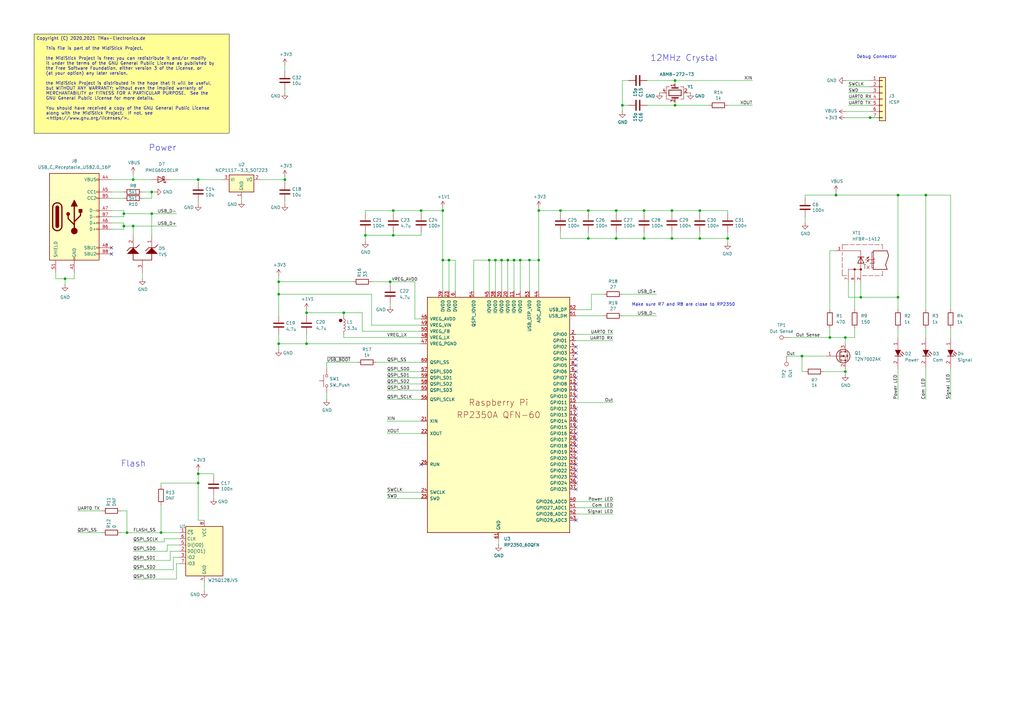
<source format=kicad_sch>
(kicad_sch (version 20231120) (generator "eeschema") (generator_version "8.0")
  (paper "A3")
  (title_block (title "Midi Stick") (date "2024-10-02") (rev "2.0") (company "Sternenlabor e. V.") (comment 1 "André Fiedler <mail@andrefiedler.de>"))
  (junction (at 287.02 86.36))
  (junction (at 26.67 114.3))
  (junction (at 264.16 97.79))
  (junction (at 203.2 106.68))
  (junction (at 81.28 194.31))
  (junction (at 287.02 97.79))
  (junction (at 114.3 140.97))
  (junction (at 229.87 86.36))
  (junction (at 125.73 128.27))
  (junction (at 205.74 106.68))
  (junction (at 241.3 97.79))
  (junction (at 54.61 92.71))
  (junction (at 200.66 106.68))
  (junction (at 255.27 43.18))
  (junction (at 208.28 106.68))
  (junction (at 220.98 86.36))
  (junction (at 275.59 97.79))
  (junction (at 114.3 120.65))
  (junction (at 328.93 146.05))
  (junction (at 52.07 218.44))
  (junction (at 275.59 86.36))
  (junction (at 114.3 115.57))
  (junction (at 368.3 121.92))
  (junction (at 160.02 115.57))
  (junction (at 368.3 80.01))
  (junction (at 181.61 86.36))
  (junction (at 172.72 86.36))
  (junction (at 276.86 33.02))
  (junction (at 161.29 96.52))
  (junction (at 66.04 218.44))
  (junction (at 62.23 78.74))
  (junction (at 356.87 48.26))
  (junction (at 81.28 73.66))
  (junction (at 342.9 80.01))
  (junction (at 241.3 86.36))
  (junction (at 346.71 138.43))
  (junction (at 161.29 86.36))
  (junction (at 125.73 140.97))
  (junction (at 54.61 73.66))
  (junction (at 62.23 87.63))
  (junction (at 252.73 86.36))
  (junction (at 220.98 106.68))
  (junction (at 184.15 106.68))
  (junction (at 340.36 138.43))
  (junction (at 346.71 152.4))
  (junction (at 149.86 96.52))
  (junction (at 81.28 198.12))
  (junction (at 252.73 97.79))
  (junction (at 217.17 106.68))
  (junction (at 276.86 43.18))
  (junction (at 181.61 106.68))
  (junction (at 264.16 86.36))
  (junction (at 298.45 97.79))
  (junction (at 210.82 106.68))
  (junction (at 213.36 106.68))
  (junction (at 140.97 128.27))
  (junction (at 379.73 80.01))
  (junction (at 50.8 92.71))
  (junction (at 116.84 73.66))
  (junction (at 353.06 121.92))
  (junction (at 50.8 87.63))
  (no_connect (at 236.22 185.42))
  (no_connect (at 236.22 190.5))
  (no_connect (at 236.22 142.24))
  (no_connect (at 236.22 167.64))
  (no_connect (at 236.22 147.32))
  (no_connect (at 172.72 190.5))
  (no_connect (at 236.22 180.34))
  (no_connect (at 236.22 195.58))
  (no_connect (at 236.22 160.02))
  (no_connect (at 236.22 177.8))
  (no_connect (at 439.42 15.24))
  (no_connect (at 45.72 104.14))
  (no_connect (at 236.22 182.88))
  (no_connect (at 236.22 144.78))
  (no_connect (at 236.22 198.12))
  (no_connect (at 236.22 200.66))
  (no_connect (at 236.22 187.96))
  (no_connect (at 236.22 157.48))
  (no_connect (at 236.22 170.18))
  (no_connect (at 236.22 172.72))
  (no_connect (at 45.72 101.6))
  (no_connect (at 236.22 154.94))
  (no_connect (at 236.22 152.4))
  (no_connect (at 236.22 213.36))
  (no_connect (at 236.22 162.56))
  (no_connect (at 236.22 175.26))
  (no_connect (at 236.22 149.86))
  (no_connect (at 236.22 193.04))
  (wire (pts (xy 114.3 140.97) (xy 125.73 140.97)))
  (wire (pts (xy 264.16 86.36) (xy 275.59 86.36)))
  (wire (pts (xy 81.28 82.55) (xy 81.28 83.82)))
  (wire (pts (xy 172.72 87.63) (xy 172.72 86.36)))
  (wire (pts (xy 67.31 222.25) (xy 67.31 220.98)))
  (wire (pts (xy 125.73 140.97) (xy 172.72 140.97)))
  (wire (pts (xy 287.02 95.25) (xy 287.02 97.79)))
  (wire (pts (xy 54.61 229.87) (xy 69.85 229.87)))
  (wire (pts (xy 208.28 106.68) (xy 210.82 106.68)))
  (wire (pts (xy 368.3 80.01) (xy 368.3 121.92)))
  (wire (pts (xy 298.45 97.79) (xy 298.45 99.695)))
  (wire (pts (xy 161.29 96.52) (xy 172.72 96.52)))
  (wire (pts (xy 22.86 114.3) (xy 26.67 114.3)))
  (wire (pts (xy 236.22 137.16) (xy 251.46 137.16)))
  (wire (pts (xy 45.72 86.36) (xy 50.8 86.36)))
  (wire (pts (xy 184.15 106.68) (xy 181.61 106.68)))
  (wire (pts (xy 298.45 87.63) (xy 298.45 86.36)))
  (wire (pts (xy 106.68 73.66) (xy 116.84 73.66)))
  (wire (pts (xy 66.04 218.44) (xy 73.66 218.44)))
  (wire (pts (xy 368.3 163.83) (xy 368.3 151.13)))
  (wire (pts (xy 45.72 78.74) (xy 50.8 78.74)))
  (wire (pts (xy 158.75 157.48) (xy 172.72 157.48)))
  (wire (pts (xy 265.43 43.18) (xy 276.86 43.18)))
  (wire (pts (xy 54.61 71.12) (xy 54.61 73.66)))
  (wire (pts (xy 54.61 92.71) (xy 72.39 92.71)))
  (wire (pts (xy 229.87 87.63) (xy 229.87 86.36)))
  (wire (pts (xy 275.59 86.36) (xy 287.02 86.36)))
  (wire (pts (xy 181.61 86.36) (xy 181.61 106.68)))
  (wire (pts (xy 241.3 86.36) (xy 252.73 86.36)))
  (wire (pts (xy 242.57 120.65) (xy 247.65 120.65)))
  (wire (pts (xy 330.2 80.01) (xy 342.9 80.01)))
  (wire (pts (xy 220.98 106.68) (xy 220.98 119.38)))
  (wire (pts (xy 140.97 138.43) (xy 140.97 137.16)))
  (wire (pts (xy 71.12 228.6) (xy 71.12 233.68)))
  (wire (pts (xy 50.8 91.44) (xy 50.8 92.71)))
  (wire (pts (xy 31.75 209.55) (xy 41.91 209.55)))
  (wire (pts (xy 194.31 106.68) (xy 200.66 106.68)))
  (wire (pts (xy 347.98 121.92) (xy 353.06 121.92)))
  (wire (pts (xy 217.17 106.68) (xy 220.98 106.68)))
  (wire (pts (xy 81.28 213.36) (xy 83.82 213.36)))
  (wire (pts (xy 172.72 148.59) (xy 154.305 148.59)))
  (wire (pts (xy 54.61 222.25) (xy 67.31 222.25)))
  (wire (pts (xy 252.73 97.79) (xy 241.3 97.79)))
  (wire (pts (xy 350.52 115.57) (xy 350.52 127)))
  (wire (pts (xy 270.51 38.1) (xy 271.78 38.1)))
  (wire (pts (xy 236.22 127) (xy 242.57 127)))
  (wire (pts (xy 91.44 73.66) (xy 81.28 73.66)))
  (wire (pts (xy 26.67 114.3) (xy 30.48 114.3)))
  (wire (pts (xy 213.36 106.68) (xy 213.36 119.38)))
  (wire (pts (xy 257.81 43.18) (xy 255.27 43.18)))
  (wire (pts (xy 368.3 121.92) (xy 368.3 127)))
  (wire (pts (xy 276.86 43.18) (xy 290.83 43.18)))
  (wire (pts (xy 287.02 97.79) (xy 275.59 97.79)))
  (wire (pts (xy 346.71 153.67) (xy 346.71 152.4)))
  (wire (pts (xy 346.71 152.4) (xy 346.71 151.13)))
  (wire (pts (xy 99.06 81.28) (xy 99.06 82.55)))
  (wire (pts (xy 160.02 115.57) (xy 170.18 115.57)))
  (wire (pts (xy 152.4 115.57) (xy 160.02 115.57)))
  (wire (pts (xy 330.2 152.4) (xy 328.93 152.4)))
  (wire (pts (xy 148.59 128.27) (xy 140.97 128.27)))
  (wire (pts (xy 356.87 45.72) (xy 346.71 45.72)))
  (wire (pts (xy 73.66 228.6) (xy 71.12 228.6)))
  (wire (pts (xy 114.3 115.57) (xy 114.3 120.65)))
  (wire (pts (xy 160.02 125.73) (xy 160.02 124.46)))
  (wire (pts (xy 114.3 113.03) (xy 114.3 115.57)))
  (wire (pts (xy 87.63 203.2) (xy 87.63 204.47)))
  (wire (pts (xy 389.89 134.62) (xy 389.89 138.43)))
  (wire (pts (xy 276.86 41.91) (xy 276.86 43.18)))
  (wire (pts (xy 255.27 120.65) (xy 269.24 120.65)))
  (wire (pts (xy 181.61 85.09) (xy 181.61 86.36)))
  (wire (pts (xy 62.23 78.74) (xy 62.23 81.28)))
  (wire (pts (xy 210.82 106.68) (xy 213.36 106.68)))
  (wire (pts (xy 158.75 152.4) (xy 172.72 152.4)))
  (wire (pts (xy 125.73 137.16) (xy 125.73 140.97)))
  (wire (pts (xy 172.72 201.93) (xy 158.75 201.93)))
  (wire (pts (xy 58.42 78.74) (xy 62.23 78.74)))
  (wire (pts (xy 170.18 115.57) (xy 170.18 130.81)))
  (wire (pts (xy 114.3 120.65) (xy 114.3 129.54)))
  (wire (pts (xy 30.48 114.3) (xy 30.48 111.76)))
  (wire (pts (xy 255.27 129.54) (xy 269.24 129.54)))
  (wire (pts (xy 265.43 33.02) (xy 276.86 33.02)))
  (wire (pts (xy 389.89 80.01) (xy 389.89 127)))
  (wire (pts (xy 125.73 128.27) (xy 140.97 128.27)))
  (wire (pts (xy 116.84 26.67) (xy 116.84 29.21)))
  (wire (pts (xy 184.15 106.68) (xy 186.69 106.68)))
  (wire (pts (xy 81.28 74.93) (xy 81.28 73.66)))
  (wire (pts (xy 45.72 93.98) (xy 50.8 93.98)))
  (wire (pts (xy 149.86 87.63) (xy 149.86 86.36)))
  (wire (pts (xy 158.75 160.02) (xy 172.72 160.02)))
  (wire (pts (xy 52.07 209.55) (xy 52.07 218.44)))
  (wire (pts (xy 350.52 138.43) (xy 350.52 134.62)))
  (wire (pts (xy 208.28 119.38) (xy 208.28 106.68)))
  (wire (pts (xy 347.98 43.18) (xy 356.87 43.18)))
  (wire (pts (xy 257.81 33.02) (xy 255.27 33.02)))
  (wire (pts (xy 149.86 96.52) (xy 149.86 99.06)))
  (wire (pts (xy 241.3 97.79) (xy 229.87 97.79)))
  (wire (pts (xy 87.63 195.58) (xy 87.63 194.31)))
  (wire (pts (xy 229.87 95.25) (xy 229.87 97.79)))
  (wire (pts (xy 276.86 34.29) (xy 276.86 33.02)))
  (wire (pts (xy 205.74 119.38) (xy 205.74 106.68)))
  (wire (pts (xy 368.3 134.62) (xy 368.3 138.43)))
  (wire (pts (xy 220.98 86.36) (xy 229.87 86.36)))
  (wire (pts (xy 252.73 87.63) (xy 252.73 86.36)))
  (wire (pts (xy 298.45 95.25) (xy 298.45 97.79)))
  (wire (pts (xy 172.72 135.89) (xy 148.59 135.89)))
  (wire (pts (xy 264.16 95.25) (xy 264.16 97.79)))
  (wire (pts (xy 379.73 151.13) (xy 379.73 163.83)))
  (wire (pts (xy 45.72 81.28) (xy 50.8 81.28)))
  (wire (pts (xy 217.17 119.38) (xy 217.17 106.68)))
  (wire (pts (xy 125.73 127) (xy 125.73 128.27)))
  (wire (pts (xy 340.36 134.62) (xy 340.36 138.43)))
  (wire (pts (xy 81.28 194.31) (xy 81.28 198.12)))
  (wire (pts (xy 186.69 106.68) (xy 186.69 119.38)))
  (wire (pts (xy 71.12 233.68) (xy 54.61 233.68)))
  (wire (pts (xy 236.22 210.82) (xy 251.46 210.82)))
  (wire (pts (xy 62.23 87.63) (xy 62.23 96.52)))
  (wire (pts (xy 229.87 86.36) (xy 241.3 86.36)))
  (wire (pts (xy 203.2 106.68) (xy 205.74 106.68)))
  (wire (pts (xy 389.89 151.13) (xy 389.89 163.83)))
  (wire (pts (xy 204.47 220.98) (xy 204.47 223.52)))
  (wire (pts (xy 172.72 86.36) (xy 181.61 86.36)))
  (wire (pts (xy 22.86 111.76) (xy 22.86 114.3)))
  (wire (pts (xy 114.3 137.16) (xy 114.3 140.97)))
  (wire (pts (xy 356.87 48.26) (xy 346.71 48.26)))
  (wire (pts (xy 149.86 86.36) (xy 161.29 86.36)))
  (wire (pts (xy 353.06 121.92) (xy 368.3 121.92)))
  (wire (pts (xy 328.93 152.4) (xy 328.93 146.05)))
  (wire (pts (xy 54.61 237.49) (xy 72.39 237.49)))
  (wire (pts (xy 125.73 129.54) (xy 125.73 128.27)))
  (wire (pts (xy 116.84 73.66) (xy 116.84 72.39)))
  (wire (pts (xy 322.58 146.05) (xy 328.93 146.05)))
  (wire (pts (xy 356.87 33.02) (xy 346.71 33.02)))
  (wire (pts (xy 31.75 218.44) (xy 41.91 218.44)))
  (wire (pts (xy 170.18 130.81) (xy 172.72 130.81)))
  (wire (pts (xy 45.72 88.9) (xy 50.8 88.9)))
  (wire (pts (xy 347.98 121.92) (xy 347.98 115.57)))
  (wire (pts (xy 161.29 86.36) (xy 172.72 86.36)))
  (wire (pts (xy 62.23 87.63) (xy 72.39 87.63)))
  (wire (pts (xy 172.72 163.83) (xy 158.75 163.83)))
  (wire (pts (xy 252.73 95.25) (xy 252.73 97.79)))
  (wire (pts (xy 116.84 74.93) (xy 116.84 73.66)))
  (wire (pts (xy 116.84 82.55) (xy 116.84 83.82)))
  (wire (pts (xy 172.72 177.8) (xy 158.75 177.8)))
  (wire (pts (xy 152.4 133.35) (xy 172.72 133.35)))
  (wire (pts (xy 54.61 92.71) (xy 54.61 96.52)))
  (wire (pts (xy 236.22 205.74) (xy 251.46 205.74)))
  (wire (pts (xy 236.22 139.7) (xy 251.46 139.7)))
  (wire (pts (xy 148.59 135.89) (xy 148.59 128.27)))
  (wire (pts (xy 73.66 231.14) (xy 72.39 231.14)))
  (wire (pts (xy 241.3 95.25) (xy 241.3 97.79)))
  (wire (pts (xy 236.22 208.28) (xy 251.46 208.28)))
  (wire (pts (xy 287.02 86.36) (xy 298.45 86.36)))
  (wire (pts (xy 347.98 40.64) (xy 356.87 40.64)))
  (wire (pts (xy 72.39 231.14) (xy 72.39 237.49)))
  (wire (pts (xy 49.53 209.55) (xy 52.07 209.55)))
  (wire (pts (xy 62.23 78.74) (xy 63.5 78.74)))
  (wire (pts (xy 69.85 226.06) (xy 69.85 229.87)))
  (wire (pts (xy 379.73 80.01) (xy 389.89 80.01)))
  (wire (pts (xy 200.66 119.38) (xy 200.66 106.68)))
  (wire (pts (xy 356.87 35.56) (xy 347.98 35.56)))
  (wire (pts (xy 242.57 120.65) (xy 242.57 127)))
  (wire (pts (xy 140.97 138.43) (xy 172.72 138.43)))
  (wire (pts (xy 281.94 38.1) (xy 283.21 38.1)))
  (wire (pts (xy 330.2 91.44) (xy 330.2 88.9)))
  (wire (pts (xy 236.22 129.54) (xy 247.65 129.54)))
  (wire (pts (xy 50.8 87.63) (xy 50.8 88.9)))
  (wire (pts (xy 133.985 161.29) (xy 133.985 163.83)))
  (wire (pts (xy 298.45 43.18) (xy 308.61 43.18)))
  (wire (pts (xy 368.3 80.01) (xy 379.73 80.01)))
  (wire (pts (xy 220.98 86.36) (xy 220.98 106.68)))
  (wire (pts (xy 275.59 97.79) (xy 264.16 97.79)))
  (wire (pts (xy 287.02 87.63) (xy 287.02 86.36)))
  (wire (pts (xy 66.04 207.01) (xy 66.04 218.44)))
  (wire (pts (xy 342.9 80.01) (xy 368.3 80.01)))
  (wire (pts (xy 114.3 120.65) (xy 152.4 120.65)))
  (wire (pts (xy 275.59 95.25) (xy 275.59 97.79)))
  (wire (pts (xy 340.36 102.87) (xy 342.9 102.87)))
  (wire (pts (xy 52.07 218.44) (xy 66.04 218.44)))
  (wire (pts (xy 328.93 146.05) (xy 339.09 146.05)))
  (wire (pts (xy 58.42 111.76) (xy 58.42 114.3)))
  (wire (pts (xy 287.02 97.79) (xy 298.45 97.79)))
  (wire (pts (xy 194.31 119.38) (xy 194.31 106.68)))
  (wire (pts (xy 276.86 33.02) (xy 308.61 33.02)))
  (wire (pts (xy 140.97 128.27) (xy 140.97 129.54)))
  (wire (pts (xy 161.29 95.25) (xy 161.29 96.52)))
  (wire (pts (xy 340.36 102.87) (xy 340.36 127)))
  (wire (pts (xy 347.98 38.1) (xy 356.87 38.1)))
  (wire (pts (xy 353.06 121.92) (xy 353.06 115.57)))
  (wire (pts (xy 114.3 140.97) (xy 114.3 143.51)))
  (wire (pts (xy 255.27 43.18) (xy 255.27 45.72)))
  (wire (pts (xy 50.8 92.71) (xy 50.8 93.98)))
  (wire (pts (xy 252.73 86.36) (xy 264.16 86.36)))
  (wire (pts (xy 68.58 226.06) (xy 54.61 226.06)))
  (wire (pts (xy 172.72 96.52) (xy 172.72 95.25)))
  (wire (pts (xy 81.28 193.04) (xy 81.28 194.31)))
  (wire (pts (xy 275.59 87.63) (xy 275.59 86.36)))
  (wire (pts (xy 149.86 96.52) (xy 161.29 96.52)))
  (wire (pts (xy 45.72 91.44) (xy 50.8 91.44)))
  (wire (pts (xy 45.72 73.66) (xy 54.61 73.66)))
  (wire (pts (xy 158.75 172.72) (xy 172.72 172.72)))
  (wire (pts (xy 87.63 194.31) (xy 81.28 194.31)))
  (wire (pts (xy 146.685 148.59) (xy 133.985 148.59)))
  (wire (pts (xy 152.4 120.65) (xy 152.4 133.35)))
  (wire (pts (xy 181.61 106.68) (xy 181.61 119.38)))
  (wire (pts (xy 205.74 106.68) (xy 208.28 106.68)))
  (wire (pts (xy 236.22 165.1) (xy 251.46 165.1)))
  (wire (pts (xy 114.3 115.57) (xy 144.78 115.57)))
  (wire (pts (xy 346.71 138.43) (xy 350.52 138.43)))
  (wire (pts (xy 50.8 86.36) (xy 50.8 87.63)))
  (wire (pts (xy 73.66 226.06) (xy 69.85 226.06)))
  (wire (pts (xy 149.86 95.25) (xy 149.86 96.52)))
  (wire (pts (xy 379.73 134.62) (xy 379.73 138.43)))
  (wire (pts (xy 67.31 220.98) (xy 73.66 220.98)))
  (wire (pts (xy 200.66 106.68) (xy 203.2 106.68)))
  (wire (pts (xy 68.58 223.52) (xy 68.58 226.06)))
  (wire (pts (xy 337.82 152.4) (xy 346.71 152.4)))
  (wire (pts (xy 160.02 115.57) (xy 160.02 116.84)))
  (wire (pts (xy 83.82 238.76) (xy 83.82 242.57)))
  (wire (pts (xy 81.28 198.12) (xy 81.28 213.36)))
  (wire (pts (xy 161.29 87.63) (xy 161.29 86.36)))
  (wire (pts (xy 133.985 148.59) (xy 133.985 151.13)))
  (wire (pts (xy 264.16 87.63) (xy 264.16 86.36)))
  (wire (pts (xy 379.73 80.01) (xy 379.73 127)))
  (wire (pts (xy 330.2 81.28) (xy 330.2 80.01)))
  (wire (pts (xy 342.9 78.74) (xy 342.9 80.01)))
  (wire (pts (xy 26.67 114.3) (xy 26.67 116.84)))
  (wire (pts (xy 255.27 33.02) (xy 255.27 43.18)))
  (wire (pts (xy 116.84 36.83) (xy 116.84 38.1)))
  (wire (pts (xy 184.15 119.38) (xy 184.15 106.68)))
  (wire (pts (xy 50.8 87.63) (xy 62.23 87.63)))
  (wire (pts (xy 241.3 87.63) (xy 241.3 86.36)))
  (wire (pts (xy 210.82 119.38) (xy 210.82 106.68)))
  (wire (pts (xy 66.04 199.39) (xy 66.04 198.12)))
  (wire (pts (xy 58.42 81.28) (xy 62.23 81.28)))
  (wire (pts (xy 340.36 138.43) (xy 346.71 138.43)))
  (wire (pts (xy 346.71 138.43) (xy 346.71 140.97)))
  (wire (pts (xy 54.61 73.66) (xy 62.23 73.66)))
  (wire (pts (xy 203.2 119.38) (xy 203.2 106.68)))
  (wire (pts (xy 213.36 106.68) (xy 217.17 106.68)))
  (wire (pts (xy 66.04 198.12) (xy 81.28 198.12)))
  (wire (pts (xy 50.8 92.71) (xy 54.61 92.71)))
  (wire (pts (xy 361.95 48.26) (xy 356.87 48.26)))
  (wire (pts (xy 69.85 73.66) (xy 81.28 73.66)))
  (wire (pts (xy 172.72 204.47) (xy 158.75 204.47)))
  (wire (pts (xy 158.75 154.94) (xy 172.72 154.94)))
  (wire (pts (xy 323.85 138.43) (xy 340.36 138.43)))
  (wire (pts (xy 73.66 223.52) (xy 68.58 223.52)))
  (wire (pts (xy 49.53 218.44) (xy 52.07 218.44)))
  (wire (pts (xy 220.98 85.09) (xy 220.98 86.36)))
  (wire (pts (xy 264.16 97.79) (xy 252.73 97.79)))
  (circle (center 139.7 131.445) (radius 0.635) (stroke (width 0) (color 132 0 0 1)) (fill (type color) (color 132 0 0 1)))
  (text_box "Copyright (C) 2020,2021 TMax-Electronics.de\n   \n    This file is part of the MidiStick Project.\n\n    the MidiStick Project is free: you can redistribute it and/or modify\n    it under the terms of the GNU General Public License as published by\n    the Free Software Foundation, either version 3 of the License, or\n    (at your option) any later version.\n\n    the MidiStick Project is distributed in the hope that it will be useful,\n    but WITHOUT ANY WARRANTY; without even the implied warranty of\n    MERCHANTABILITY or FITNESS FOR A PARTICULAR PURPOSE.  See the\n    GNU General Public License for more details.\n\n    You should have received a copy of the GNU General Public License\n    along with the MidiStick Project.  If not, see \n    <https://www.gnu.org/licenses/>.\n    " (at 13.97 13.97 0) (size 80.01 40.64) (stroke (width 0) (color 0 0 0 1)) (fill (type color) (color 255 255 150 1)) (effects (font (size 1.27 1.27)) (justify left top)))
  (text "Debug Connector" (at 351.282 24.13 0) (effects (font (size 1.27 1.27)) (justify left bottom)))
  (text "Make sure R7 and R8 are close to RP2350\n" (at 259.08 125.73 0) (effects (font (size 1.27 1.27)) (justify left bottom)))
  (text "Power" (at 60.96 62.23 0) (effects (font (size 2.54 2.54)) (justify left bottom)))
  (text "Flash" (at 49.53 191.77 0) (effects (font (size 2.54 2.54)) (justify left bottom)))
  (text "12MHz Crystal" (at 266.7 25.4 0) (effects (font (size 2.54 2.54)) (justify left bottom)))
  (label "Out" (at 251.46 165.1 180))
  (label "SWCLK" (at 347.98 35.56 0))
  (label "SWCLK" (at 158.75 201.93 0))
  (label "Power LED" (at 368.3 163.83 90))
  (label "Out Sense" (at 326.39 138.43 0))
  (label "QSPI_SD2" (at 54.61 233.68 0))
  (label "USB_D+" (at 269.24 120.65 180))
  (label "Com LED" (at 379.73 163.83 90))
  (label "XOUT" (at 158.75 177.8 0))
  (label "UART0 TX" (at 347.98 43.18 0))
  (label "UART0 RX" (at 251.46 139.7 180))
  (label "QSPI_SD3" (at 54.61 237.49 0))
  (label "XIN" (at 308.61 33.02 180))
  (label "QSPI_SD3" (at 158.75 160.02 0))
  (label "QSPI_SS" (at 31.75 218.44 0))
  (label "~{USB_BOOT}" (at 133.985 148.59 0))
  (label "QSPI_SD0" (at 158.75 152.4 0))
  (label "Signal LED" (at 251.46 210.82 180))
  (label "QSPI_SD0" (at 54.61 226.06 0))
  (label "XIN" (at 158.75 172.72 0))
  (label "Power LED" (at 251.46 205.74 180))
  (label "Signal LED" (at 389.89 163.83 90))
  (label "QSPI_SD2" (at 158.75 157.48 0))
  (label "QSPI_SCLK" (at 158.75 163.83 0))
  (label "VREG_AVDD" (at 160.655 115.57 0))
  (label "VREG_LX" (at 158.75 138.43 0))
  (label "SWD" (at 158.75 204.47 0))
  (label "QSPI_SS" (at 158.75 148.59 0))
  (label "UART0 RX" (at 347.98 40.64 0))
  (label "XOUT" (at 308.61 43.18 180))
  (label "USB_D-" (at 72.39 87.63 180))
  (label "Out" (at 322.58 146.05 0))
  (label "QSPI_SD1" (at 158.75 154.94 0))
  (label "QSPI_SCLK" (at 54.61 222.25 0))
  (label "QSPI_SD1" (at 54.61 229.87 0))
  (label "SWD" (at 347.98 38.1 0))
  (label "USB_D+" (at 72.39 92.71 180))
  (label "FLASH_SS" (at 54.61 218.44 0))
  (label "UART0 TX" (at 251.46 137.16 180))
  (label "UART0 TX" (at 31.75 209.55 0))
  (label "USB_D-" (at 269.24 129.54 180))
  (label "Com LED" (at 251.46 208.28 180))
  (symbol (lib_id "Device:C") (at 298.45 91.44 0) (unit 1)
    (property "Reference" "C31" (at 301.371 90.2716 0) (effects (justify left)))
    (property "Value" "100n" (at 301.371 92.583 0) (effects (justify left)))
    (property "Footprint" "Capacitor_SMD:C_0402_1005Metric" (effects (hide yes)))
    (property "Description" "Unpolarized capacitor" (effects (hide yes)))
  )
  (symbol (lib_id "power:GND") (at 81.28 83.82 0) (unit 1)
    (property "Reference" "#PWR028" (effects (hide yes)))
    (property "Value" "GND" (at 77.47 85.09 0))
    (property "Description" "Power symbol creates a global label with name \"GND\" , ground" (effects (hide yes)))
  )
  (symbol (lib_id "power:GND") (at 283.21 38.1 0) (unit 1)
    (property "Reference" "#PWR037" (effects (hide yes)))
    (property "Value" "GND" (at 287.02 39.37 0))
    (property "Description" "Power symbol creates a global label with name \"GND\" , ground" (effects (hide yes)))
  )
  (symbol (lib_id "Device:C") (at 160.02 120.65 0) (unit 1)
    (property "Reference" "C22" (at 163.83 119.38 0) (effects (justify left)))
    (property "Value" "4.7u" (at 163.83 121.92 0) (effects (justify left)))
    (property "Footprint" "Capacitor_SMD:C_0402_1005Metric" (effects (hide yes)))
    (property "Description" "Unpolarized capacitor" (effects (hide yes)))
  )
  (symbol (lib_id "Device:R") (at 389.89 130.81 0) (unit 1)
    (property "Reference" "R4" (at 392.43 129.5399 0) (effects (justify left)))
    (property "Value" "1k" (at 392.43 132.0799 0) (effects (justify left)))
    (property "Footprint" "Resistor_SMD:R_0402_1005Metric" (effects (hide yes)))
    (property "Description" "Resistor" (effects (hide yes)))
  )
  (symbol (lib_id "power:GND") (at 330.2 91.44 0) (unit 1)
    (property "Reference" "#PWR020" (effects (hide yes)))
    (property "Value" "GND" (at 330.327 95.8342 0))
    (property "Description" "Power symbol creates a global label with name \"GND\" , ground" (effects (hide yes)))
  )
  (symbol (lib_id "Device:R") (at 350.52 130.81 0) (unit 1)
    (property "Reference" "R9" (at 353.06 129.5399 0) (effects (justify left)))
    (property "Value" "150" (at 353.06 132.0799 0) (effects (justify left)))
    (property "Footprint" "Resistor_SMD:R_0402_1005Metric" (effects (hide yes)))
    (property "Description" "Resistor" (effects (hide yes)))
  )
  (symbol (lib_id "Midi Stick-altium-import:root_3_LED") (at 379.73 146.05 0) (unit 1)
    (property "Reference" "D3" (at 382.524 145.796 0) (effects (justify left bottom)))
    (property "Value" "Com" (at 382.524 148.336 0) (effects (justify left bottom)))
    (property "Footprint" "LED_SMD:LED_0603_1608Metric" (effects (hide yes)))
    (property "SUPPLIER 1" "Digi-Key" (effects (hide yes)))
    (property "SUPPLIER 2" "Digi-Key" (effects (hide yes)))
    (property "SUPPLIER 3" "Digi-Key" (effects (hide yes)))
    (property "SUPPLIER 4" "Digi-Key" (effects (hide yes)))
    (property "SUPPLIER PART NUMBER 1" "732-4979-1-ND" (effects (hide yes)))
    (property "SUPPLIER PART NUMBER 2" "732-4971-1-ND" (effects (hide yes)))
    (property "SUPPLIER PART NUMBER 3" "732-4966-1-ND" (effects (hide yes)))
    (property "SUPPLIER PART NUMBER 4" "732-4981-1-ND" (effects (hide yes)))
  )
  (symbol (lib_id "Device:C") (at 161.29 91.44 0) (unit 1)
    (property "Reference" "C23" (at 164.211 90.2716 0) (effects (justify left)))
    (property "Value" "4.7u" (at 164.211 92.583 0) (effects (justify left)))
    (property "Footprint" "Capacitor_SMD:C_0402_1005Metric" (effects (hide yes)))
    (property "Description" "Unpolarized capacitor" (effects (hide yes)))
  )
  (symbol (lib_id "power:GND") (at 26.67 116.84 0) (unit 1)
    (property "Reference" "#PWR01" (effects (hide yes)))
    (property "Value" "GND" (at 26.67 121.92 0))
    (property "Description" "Power symbol creates a global label with name \"GND\" , ground" (effects (hide yes)))
  )
  (symbol (lib_id "power:GND") (at 133.985 163.83 0) (unit 1)
    (property "Reference" "#PWR042" (effects (hide yes)))
    (property "Value" "GND" (at 134.112 168.2242 0))
    (property "Description" "Power symbol creates a global label with name \"GND\" , ground" (effects (hide yes)))
  )
  (symbol (lib_id "power:+3V3") (at 220.98 85.09 0) (unit 1)
    (property "Reference" "#PWR047" (effects (hide yes)))
    (property "Value" "+3V3" (at 221.361 80.6958 0))
    (property "Description" "Power symbol creates a global label with name \"+3V3\"" (effects (hide yes)))
  )
  (symbol (lib_id "Connector:USB_C_Receptacle_USB2.0_16P") (at 30.48 88.9 0) (unit 1)
    (property "Reference" "J8" (at 30.48 66.04 0))
    (property "Value" "USB_C_Receptacle_USB2.0_16P" (at 30.48 68.58 0))
    (property "Footprint" "Connector_USB:USB_C_Receptacle_GCT_USB4105-xx-A_16P_TopMnt_Horizontal" (effects (hide yes)))
    (property "Datasheet" "https://www.usb.org/sites/default/files/documents/usb_type-c.zip" (effects (hide yes)))
    (property "Description" "USB 2.0-only 16P Type-C Receptacle connector" (effects (hide yes)))
  )
  (symbol (lib_id "Device:C") (at 87.63 199.39 0) (unit 1)
    (property "Reference" "C17" (at 90.551 198.2216 0) (effects (justify left)))
    (property "Value" "100n" (at 90.551 200.533 0) (effects (justify left)))
    (property "Footprint" "Capacitor_SMD:C_0402_1005Metric" (effects (hide yes)))
    (property "Description" "Unpolarized capacitor" (effects (hide yes)))
  )
  (symbol (lib_id "Device:C") (at 114.3 133.35 0) (unit 1)
    (property "Reference" "C19" (at 117.221 132.5153 0) (effects (justify left)))
    (property "Value" "4.7u" (at 117.221 135.0522 0) (effects (justify left)))
    (property "Footprint" "Capacitor_SMD:C_0402_1005Metric" (effects (hide yes)))
    (property "Description" "Unpolarized capacitor" (effects (hide yes)))
  )
  (symbol (lib_id "power:GND") (at 87.63 204.47 0) (unit 1)
    (property "Reference" "#PWR033" (effects (hide yes)))
    (property "Value" "GND" (at 91.44 205.74 0))
    (property "Description" "Power symbol creates a global label with name \"GND\" , ground" (effects (hide yes)))
  )
  (symbol (lib_id "power:VBUS") (at 342.9 78.74 0) (unit 1)
    (property "Reference" "#PWR010" (effects (hide yes)))
    (property "Value" "VBUS" (at 343.281 74.3458 0))
    (property "Description" "Power symbol creates a global label with name \"VBUS\"" (effects (hide yes)))
  )
  (symbol (lib_id "Device:R") (at 148.59 115.57 90) (unit 1)
    (property "Reference" "R16" (at 147.4216 113.792 0) (effects (justify left)))
    (property "Value" "33" (at 149.733 113.792 0) (effects (justify left)))
    (property "Footprint" "Resistor_SMD:R_0402_1005Metric" (effects (hide yes)))
    (property "Description" "Resistor" (effects (hide yes)))
  )
  (symbol (lib_id "power:GND") (at 160.02 125.73 0) (unit 1)
    (property "Reference" "#PWR044" (effects (hide yes)))
    (property "Value" "GND" (at 156.21 127 0))
    (property "Description" "Power symbol creates a global label with name \"GND\" , ground" (effects (hide yes)))
  )
  (symbol (lib_id "Device:R") (at 150.495 148.59 270) (unit 1)
    (property "Reference" "R17" (at 150.495 143.3322 90))
    (property "Value" "1k" (at 150.495 145.6436 90))
    (property "Footprint" "Resistor_SMD:R_0402_1005Metric" (effects (hide yes)))
    (property "Description" "Resistor" (effects (hide yes)))
  )
  (symbol (lib_id "Device:C") (at 116.84 33.02 0) (unit 1)
    (property "Reference" "C32" (at 119.761 31.8516 0) (effects (justify left)))
    (property "Value" "10u" (at 119.761 34.163 0) (effects (justify left)))
    (property "Footprint" "Capacitor_SMD:C_0805_2012Metric" (effects (hide yes)))
    (property "Description" "Unpolarized capacitor" (effects (hide yes)))
  )
  (symbol (lib_id "Device:C") (at 264.16 91.44 0) (unit 1)
    (property "Reference" "C28" (at 267.081 90.2716 0) (effects (justify left)))
    (property "Value" "100n" (at 267.081 92.583 0) (effects (justify left)))
    (property "Footprint" "Capacitor_SMD:C_0402_1005Metric" (effects (hide yes)))
    (property "Description" "Unpolarized capacitor" (effects (hide yes)))
  )
  (symbol (lib_id "power:+3V3") (at 346.71 48.26 90) (unit 1)
    (property "Reference" "#PWR09" (effects (hide yes)))
    (property "Value" "+3V3" (at 340.868 48.26 90))
    (property "Description" "Power symbol creates a global label with name \"+3V3\"" (effects (hide yes)))
  )
  (symbol (lib_id "Device:R") (at 294.64 43.18 270) (unit 1)
    (property "Reference" "R14" (at 294.64 37.9222 90))
    (property "Value" "1k" (at 294.64 40.2336 90))
    (property "Footprint" "Resistor_SMD:R_0402_1005Metric" (effects (hide yes)))
    (property "Description" "Resistor" (effects (hide yes)))
  )
  (symbol (lib_id "Switch:SW_Push") (at 133.985 156.21 90) (unit 1)
    (property "Reference" "SW1" (at 135.128 155.3753 90) (effects (justify right)))
    (property "Value" "SW_Push" (at 135.128 157.9122 90) (effects (justify right)))
    (property "Footprint" "Button_Switch_SMD:SW_Push_1P1T_NO_Vertical_Wuerth_434133025816" (effects (hide yes)))
    (property "Description" "Push button switch, generic, two pins" (effects (hide yes)))
  )
  (symbol (lib_id "Device:C") (at 172.72 91.44 0) (unit 1)
    (property "Reference" "C24" (at 175.641 90.2716 0) (effects (justify left)))
    (property "Value" "100n" (at 175.641 92.583 0) (effects (justify left)))
    (property "Footprint" "Capacitor_SMD:C_0402_1005Metric" (effects (hide yes)))
    (property "Description" "Unpolarized capacitor" (effects (hide yes)))
  )
  (symbol (lib_id "power:GND") (at 114.3 143.51 0) (mirror y) (unit 1)
    (property "Reference" "#PWR039" (effects (hide yes)))
    (property "Value" "GND" (at 118.11 144.78 0))
    (property "Description" "Power symbol creates a global label with name \"GND\" , ground" (effects (hide yes)))
  )
  (symbol (lib_id "power:+1V1") (at 181.61 85.09 0) (unit 1)
    (property "Reference" "#PWR045" (effects (hide yes)))
    (property "Value" "+1V1" (at 181.991 80.6958 0))
    (property "Description" "Power symbol creates a global label with name \"+1V1\"" (effects (hide yes)))
  )
  (symbol (lib_id "Memory_Flash:W25Q128JVS") (at 83.82 226.06 0) (unit 1)
    (property "Reference" "U1" (at 74.93 215.9 0))
    (property "Value" "W25Q128JVS" (at 91.44 237.998 0))
    (property "Footprint" "Package_SO:SOIC-8_5.23x5.23mm_P1.27mm" (effects (hide yes)))
    (property "Datasheet" "http://www.winbond.com/resource-files/w25q128jv_dtr%20revc%2003272018%20plus.pdf" (effects (hide yes)))
    (property "Description" "128Mb Serial Flash Memory, Standard/Dual/Quad SPI, SOIC-8" (effects (hide yes)))
  )
  (symbol (lib_id "Device:C") (at 116.84 78.74 0) (unit 1)
    (property "Reference" "C18" (at 119.761 77.5716 0) (effects (justify left)))
    (property "Value" "10u" (at 119.761 79.883 0) (effects (justify left)))
    (property "Footprint" "Capacitor_SMD:C_0805_2012Metric" (effects (hide yes)))
    (property "Description" "Unpolarized capacitor" (effects (hide yes)))
  )
  (symbol (lib_id "power:+3V3") (at 116.84 26.67 0) (unit 1)
    (property "Reference" "#PWR049" (effects (hide yes)))
    (property "Value" "+3V3" (at 117.221 22.2758 0))
    (property "Description" "Power symbol creates a global label with name \"+3V3\"" (effects (hide yes)))
  )
  (symbol (lib_id "Midi Stick-altium-import:root_3_LED") (at 389.89 146.05 0) (unit 1)
    (property "Reference" "D4" (at 392.684 145.796 0) (effects (justify left bottom)))
    (property "Value" "Signal" (at 392.684 148.336 0) (effects (justify left bottom)))
    (property "Footprint" "LED_SMD:LED_0603_1608Metric" (effects (hide yes)))
    (property "SUPPLIER 1" "Digi-Key" (effects (hide yes)))
    (property "SUPPLIER 2" "Digi-Key" (effects (hide yes)))
    (property "SUPPLIER 3" "Digi-Key" (effects (hide yes)))
    (property "SUPPLIER 4" "Digi-Key" (effects (hide yes)))
    (property "SUPPLIER PART NUMBER 1" "732-4979-1-ND" (effects (hide yes)))
    (property "SUPPLIER PART NUMBER 2" "732-4971-1-ND" (effects (hide yes)))
    (property "SUPPLIER PART NUMBER 3" "732-4966-1-ND" (effects (hide yes)))
    (property "SUPPLIER PART NUMBER 4" "732-4981-1-ND" (effects (hide yes)))
  )
  (symbol (lib_id "power:GND") (at 255.27 45.72 0) (unit 1)
    (property "Reference" "#PWR029" (effects (hide yes)))
    (property "Value" "GND" (at 255.397 50.1142 0))
    (property "Description" "Power symbol creates a global label with name \"GND\" , ground" (effects (hide yes)))
  )
  (symbol (lib_id "Connector:TestPoint") (at 322.58 146.05 180) (unit 1)
    (property "Reference" "TP2" (at 321.564 155.194 90) (effects (justify right)))
    (property "Value" "Out" (at 324.104 154.94 90) (effects (justify right)))
    (property "Footprint" "Connector_PinHeader_2.54mm:PinHeader_1x01_P2.54mm_Vertical" (effects (hide yes)))
    (property "Description" "test point" (effects (hide yes)))
  )
  (symbol (lib_id "Midi Stick-altium-import:root_3_LED") (at 368.3 146.05 0) (unit 1)
    (property "Reference" "D2" (at 371.094 145.796 0) (effects (justify left bottom)))
    (property "Value" "Power" (at 371.094 148.336 0) (effects (justify left bottom)))
    (property "Footprint" "LED_SMD:LED_0603_1608Metric" (effects (hide yes)))
    (property "SUPPLIER 1" "Digi-Key" (effects (hide yes)))
    (property "SUPPLIER 2" "Digi-Key" (effects (hide yes)))
    (property "SUPPLIER 3" "Digi-Key" (effects (hide yes)))
    (property "SUPPLIER 4" "Digi-Key" (effects (hide yes)))
    (property "SUPPLIER PART NUMBER 1" "732-4979-1-ND" (effects (hide yes)))
    (property "SUPPLIER PART NUMBER 2" "732-4971-1-ND" (effects (hide yes)))
    (property "SUPPLIER PART NUMBER 3" "732-4966-1-ND" (effects (hide yes)))
    (property "SUPPLIER PART NUMBER 4" "732-4981-1-ND" (effects (hide yes)))
  )
  (symbol (lib_id "Device:R") (at 54.61 78.74 90) (unit 1)
    (property "Reference" "R8" (at 54.61 76.2 90))
    (property "Value" "5k1" (at 54.61 78.74 90))
    (property "Footprint" "Resistor_SMD:R_0402_1005Metric" (effects (hide yes)))
    (property "Description" "Resistor" (effects (hide yes)))
  )
  (symbol (lib_id "Regulator_Linear:NCP1117-3.3_SOT223") (at 99.06 73.66 0) (unit 1)
    (property "Reference" "U2" (at 99.06 67.5132 0))
    (property "Value" "NCP1117-3.3_SOT223" (at 99.06 69.8246 0))
    (property "Footprint" "Package_TO_SOT_SMD:SOT-223-3_TabPin2" (effects (hide yes)))
    (property "Datasheet" "http://www.onsemi.com/pub_link/Collateral/NCP1117-D.PDF" (effects (hide yes)))
    (property "Description" "1A Low drop-out regulator, Fixed Output 3.3V, SOT-223" (effects (hide yes)))
  )
  (symbol (lib_id "Device:D_Schottky") (at 66.04 73.66 180) (unit 1)
    (property "Reference" "D7" (at 66.3575 67.31 0))
    (property "Value" "PMEG6010ELR" (at 66.3575 69.85 0))
    (property "Footprint" "Diode_SMD:D_SOD-123F" (effects (hide yes)))
    (property "Description" "Schottky diode" (effects (hide yes)))
  )
  (symbol (lib_id "Device:C") (at 125.73 133.35 0) (unit 1)
    (property "Reference" "C20" (at 129.54 132.08 0) (effects (justify left)))
    (property "Value" "4.7u" (at 129.54 134.62 0) (effects (justify left)))
    (property "Footprint" "Capacitor_SMD:C_0402_1005Metric" (effects (hide yes)))
    (property "Description" "Unpolarized capacitor" (effects (hide yes)))
  )
  (symbol (lib_id "power:VBUS") (at 54.61 71.12 0) (unit 1)
    (property "Reference" "#PWR027" (effects (hide yes)))
    (property "Value" "VBUS" (at 54.991 66.7258 0))
    (property "Description" "Power symbol creates a global label with name \"VBUS\"" (effects (hide yes)))
  )
  (symbol (lib_id "power:+3V3") (at 114.3 113.03 0) (unit 1)
    (property "Reference" "#PWR038" (effects (hide yes)))
    (property "Value" "+3V3" (at 114.681 108.6358 0))
    (property "Description" "Power symbol creates a global label with name \"+3V3\"" (effects (hide yes)))
  )
  (symbol (lib_id "power:GND") (at 99.06 82.55 0) (unit 1)
    (property "Reference" "#PWR032" (effects (hide yes)))
    (property "Value" "GND" (at 95.25 83.82 0))
    (property "Description" "Power symbol creates a global label with name \"GND\" , ground" (effects (hide yes)))
  )
  (symbol (lib_id "Device:R") (at 340.36 130.81 0) (unit 1)
    (property "Reference" "R1" (at 342.9 129.5399 0) (effects (justify left)))
    (property "Value" "470" (at 342.9 132.0799 0) (effects (justify left)))
    (property "Footprint" "Resistor_SMD:R_0402_1005Metric" (effects (hide yes)))
    (property "Description" "Resistor" (effects (hide yes)))
  )
  (symbol (lib_id "HFBR-1412:HFBR-1412") (at 353.06 105.41 180) (unit 1)
    (property "Reference" "XT1" (at 349.504 95.504 0) (effects (justify right)))
    (property "Value" "HFBR-1412" (at 349.504 98.044 0) (effects (justify right)))
    (property "Footprint" "Midi Stick:HFBR-X41X" (effects (hide yes)))
    (property "MF" "Broadcom / Avago" (effects (hide yes)))
    (property "Description_1" "\nFiber Optic Transmitter 820nm 1.7V 100 mA ST\n" (effects (hide yes)))
    (property "Package" "None" (effects (hide yes)))
    (property "MPN" "HFBR-1412" (effects (hide yes)))
    (property "Price" "None" (effects (hide yes)))
    (property "OC_FARNELL" "1173153" (effects (hide yes)))
    (property "SnapEDA_Link" "https://www.snapeda.com/parts/HFBR-1412/Avago/view-part/?ref=snap" (effects (hide yes)))
    (property "MP" "HFBR-1412" (effects (hide yes)))
    (property "OC_NEWARK" "06F6037" (effects (hide yes)))
    (property "Availability" "In Stock" (effects (hide yes)))
    (property "Check_prices" "https://www.snapeda.com/parts/HFBR-1412/Avago/view-part/?ref=eda" (effects (hide yes)))
  )
  (symbol (lib_id "Device:C") (at 261.62 33.02 270) (unit 1)
    (property "Reference" "C15" (at 262.7884 35.941 0) (effects (justify left)))
    (property "Value" "15p" (at 260.477 35.941 0) (effects (justify left)))
    (property "Footprint" "Capacitor_SMD:C_0402_1005Metric" (effects (hide yes)))
    (property "Description" "Unpolarized capacitor" (effects (hide yes)))
  )
  (symbol (lib_id "Device:C") (at 229.87 91.44 0) (unit 1)
    (property "Reference" "C25" (at 232.791 90.2716 0) (effects (justify left)))
    (property "Value" "100n" (at 232.791 92.583 0) (effects (justify left)))
    (property "Footprint" "Capacitor_SMD:C_0402_1005Metric" (effects (hide yes)))
    (property "Description" "Unpolarized capacitor" (effects (hide yes)))
  )
  (symbol (lib_id "power:GND") (at 58.42 114.3 0) (unit 1)
    (property "Reference" "#PWR02" (effects (hide yes)))
    (property "Value" "GND" (at 58.547 118.6942 0))
    (property "Description" "Power symbol creates a global label with name \"GND\" , ground" (effects (hide yes)))
  )
  (symbol (lib_id "Device:L") (at 140.97 133.35 0) (unit 1)
    (property "Reference" "L1" (at 142.24 132.08 0) (effects (justify left)))
    (property "Value" "3.3u" (at 142.24 134.62 0) (effects (justify left)))
    (property "Footprint" "RP2350_60QFN_minimal:L_pol_2016" (effects (hide yes)))
    (property "Description" "Inductor" (effects (hide yes)))
  )
  (symbol (lib_id "Device:R") (at 45.72 209.55 90) (unit 1)
    (property "Reference" "R11" (at 44.5516 207.772 0) (effects (justify left)))
    (property "Value" "DNF" (at 46.863 207.772 0) (effects (justify left)))
    (property "Footprint" "Resistor_SMD:R_0402_1005Metric" (effects (hide yes)))
    (property "Description" "Resistor" (effects (hide yes)))
  )
  (symbol (lib_id "Device:C") (at 149.86 91.44 0) (unit 1)
    (property "Reference" "C21" (at 152.781 90.2716 0) (effects (justify left)))
    (property "Value" "100n" (at 152.781 92.583 0) (effects (justify left)))
    (property "Footprint" "Capacitor_SMD:C_0402_1005Metric" (effects (hide yes)))
    (property "Description" "Unpolarized capacitor" (effects (hide yes)))
  )
  (symbol (lib_id "Device:C") (at 252.73 91.44 0) (unit 1)
    (property "Reference" "C27" (at 255.651 90.2716 0) (effects (justify left)))
    (property "Value" "100n" (at 255.651 92.583 0) (effects (justify left)))
    (property "Footprint" "Capacitor_SMD:C_0402_1005Metric" (effects (hide yes)))
    (property "Description" "Unpolarized capacitor" (effects (hide yes)))
  )
  (symbol (lib_id "power:GND") (at 83.82 242.57 0) (unit 1)
    (property "Reference" "#PWR031" (effects (hide yes)))
    (property "Value" "GND" (at 80.01 243.84 0))
    (property "Description" "Power symbol creates a global label with name \"GND\" , ground" (effects (hide yes)))
  )
  (symbol (lib_id "power:GND") (at 116.84 83.82 0) (unit 1)
    (property "Reference" "#PWR036" (effects (hide yes)))
    (property "Value" "GND" (at 113.03 85.09 0))
    (property "Description" "Power symbol creates a global label with name \"GND\" , ground" (effects (hide yes)))
  )
  (symbol (lib_id "Device:C") (at 287.02 91.44 0) (unit 1)
    (property "Reference" "C30" (at 289.941 90.2716 0) (effects (justify left)))
    (property "Value" "100n" (at 289.941 92.583 0) (effects (justify left)))
    (property "Footprint" "Capacitor_SMD:C_0402_1005Metric" (effects (hide yes)))
    (property "Description" "Unpolarized capacitor" (effects (hide yes)))
  )
  (symbol (lib_id "power:GND") (at 63.5 78.74 90) (unit 1)
    (property "Reference" "#PWR06" (effects (hide yes)))
    (property "Value" "GND" (at 66.675 78.74 90) (effects (justify right)))
    (property "Description" "Power symbol creates a global label with name \"GND\" , ground" (effects (hide yes)))
  )
  (symbol (lib_id "power:GND") (at 298.45 99.695 0) (mirror y) (unit 1)
    (property "Reference" "#PWR048" (effects (hide yes)))
    (property "Value" "GND" (at 298.323 104.0892 0))
    (property "Description" "Power symbol creates a global label with name \"GND\" , ground" (effects (hide yes)))
  )
  (symbol (lib_id "Device:C") (at 241.3 91.44 0) (unit 1)
    (property "Reference" "C26" (at 244.221 90.2716 0) (effects (justify left)))
    (property "Value" "100n" (at 244.221 92.583 0) (effects (justify left)))
    (property "Footprint" "Capacitor_SMD:C_0402_1005Metric" (effects (hide yes)))
    (property "Description" "Unpolarized capacitor" (effects (hide yes)))
  )
  (symbol (lib_id "Midi Stick-altium-import:root_0_dual TVS Diode") (at 58.42 104.14 0) (unit 1)
    (property "Reference" "D5" (at 65.024 102.616 0) (effects (justify left bottom)))
    (property "Value" "TVS" (at 65.024 105.156 0) (effects (justify left bottom)))
    (property "Footprint" "Midi Stick:SOT95P230X110-3N" (effects (hide yes)))
    (property "SUPPLIER 1" "Digi-Key" (effects (hide yes)))
    (property "SUPPLIER PART NUMBER 1" "1727-3936-1-ND" (effects (hide yes)))
  )
  (symbol (lib_id "power:+3V3") (at 81.28 193.04 0) (unit 1)
    (property "Reference" "#PWR030" (effects (hide yes)))
    (property "Value" "+3V3" (at 81.661 188.6458 0))
    (property "Description" "Power symbol creates a global label with name \"+3V3\"" (effects (hide yes)))
  )
  (symbol (lib_id "power:GND") (at 346.71 153.67 0) (unit 1)
    (property "Reference" "#PWR021" (effects (hide yes)))
    (property "Value" "GND" (at 346.837 158.0642 0))
    (property "Description" "Power symbol creates a global label with name \"GND\" , ground" (effects (hide yes)))
  )
  (symbol (lib_id "Device:Crystal_GND24") (at 276.86 38.1 270) (unit 1)
    (property "Reference" "Y1" (at 281.94 35.56 90) (effects (justify left)))
    (property "Value" "ABM8-272-T3" (at 270.51 30.48 90) (effects (justify left)))
    (property "Footprint" "Crystal:Crystal_SMD_3225-4Pin_3.2x2.5mm" (effects (hide yes)))
    (property "Description" "Four pin crystal, GND on pins 2 and 4" (effects (hide yes)))
  )
  (symbol (lib_id "Device:R") (at 334.01 152.4 90) (unit 1)
    (property "Reference" "R7" (at 334.01 155.956 90))
    (property "Value" "1k" (at 334.01 157.988 90))
    (property "Footprint" "Resistor_SMD:R_0402_1005Metric" (effects (hide yes)))
    (property "Description" "Resistor" (effects (hide yes)))
  )
  (symbol (lib_id "power:+1V1") (at 125.73 127 0) (unit 1)
    (property "Reference" "#PWR041" (effects (hide yes)))
    (property "Value" "+1V1" (at 126.111 122.6058 0))
    (property "Description" "Power symbol creates a global label with name \"+1V1\"" (effects (hide yes)))
  )
  (symbol (lib_id "Device:R") (at 251.46 120.65 270) (unit 1)
    (property "Reference" "R18" (at 251.46 115.3922 90))
    (property "Value" "27" (at 251.46 117.7036 90))
    (property "Footprint" "Resistor_SMD:R_0402_1005Metric" (effects (hide yes)))
    (property "Description" "Resistor" (effects (hide yes)))
  )
  (symbol (lib_id "power:GND") (at 270.51 38.1 0) (unit 1)
    (property "Reference" "#PWR034" (effects (hide yes)))
    (property "Value" "GND" (at 266.7 39.37 0))
    (property "Description" "Power symbol creates a global label with name \"GND\" , ground" (effects (hide yes)))
  )
  (symbol (lib_id "power:GND") (at 346.71 33.02 270) (unit 1)
    (property "Reference" "#PWR08" (effects (hide yes)))
    (property "Value" "GND" (at 341.122 33.02 90))
    (property "Description" "Power symbol creates a global label with name \"GND\" , ground" (effects (hide yes)))
  )
  (symbol (lib_id "power:GND") (at 204.47 223.52 0) (unit 1)
    (property "Reference" "#PWR046" (effects (hide yes)))
    (property "Value" "GND" (at 204.597 227.9142 0))
    (property "Description" "Power symbol creates a global label with name \"GND\" , ground" (effects (hide yes)))
  )
  (symbol (lib_id "power:GND") (at 149.86 99.06 0) (unit 1)
    (property "Reference" "#PWR043" (effects (hide yes)))
    (property "Value" "GND" (at 149.987 103.4542 0))
    (property "Description" "Power symbol creates a global label with name \"GND\" , ground" (effects (hide yes)))
  )
  (symbol (lib_id "power:+3V3") (at 116.84 72.39 0) (unit 1)
    (property "Reference" "#PWR035" (effects (hide yes)))
    (property "Value" "+3V3" (at 117.221 67.9958 0))
    (property "Description" "Power symbol creates a global label with name \"+3V3\"" (effects (hide yes)))
  )
  (symbol (lib_id "Device:R") (at 368.3 130.81 0) (unit 1)
    (property "Reference" "R2" (at 370.84 129.5399 0) (effects (justify left)))
    (property "Value" "1k" (at 370.84 132.0799 0) (effects (justify left)))
    (property "Footprint" "Resistor_SMD:R_0402_1005Metric" (effects (hide yes)))
    (property "Description" "Resistor" (effects (hide yes)))
  )
  (symbol (lib_id "MCU_RaspberryPi_RP2350:RP2350_60QFN") (at 204.47 170.18 0) (unit 1)
    (property "Reference" "U3" (at 206.6641 220.98 0) (effects (justify left)))
    (property "Value" "RP2350_60QFN" (at 206.6641 223.52 0) (effects (justify left)))
    (property "Footprint" "RP2350_60QFN_minimal:RP2350-QFN-60-1EP_7x7_P0.4mm_EP3.4x3.4mm_ThermalVias" (effects (hide yes)))
  )
  (symbol (lib_id "Device:C") (at 81.28 78.74 0) (unit 1)
    (property "Reference" "C14" (at 84.201 77.5716 0) (effects (justify left)))
    (property "Value" "10u" (at 84.201 79.883 0) (effects (justify left)))
    (property "Footprint" "Capacitor_SMD:C_0805_2012Metric" (effects (hide yes)))
    (property "Description" "Unpolarized capacitor" (effects (hide yes)))
  )
  (symbol (lib_id "power:GND") (at 116.84 38.1 0) (unit 1)
    (property "Reference" "#PWR050" (effects (hide yes)))
    (property "Value" "GND" (at 113.03 39.37 0))
    (property "Description" "Power symbol creates a global label with name \"GND\" , ground" (effects (hide yes)))
  )
  (symbol (lib_id "Transistor_FET:T2N7002AK") (at 344.17 146.05 0) (unit 1)
    (property "Reference" "Q1" (at 350.52 144.7799 0) (effects (justify left)))
    (property "Value" "T2N7002AK" (at 350.52 147.3199 0) (effects (justify left)))
    (property "Footprint" "Package_TO_SOT_SMD:SOT-23" (effects (hide yes)))
    (property "Datasheet" "https://toshiba.semicon-storage.com/info/docget.jsp?did=29712&prodName=T2N7002AK" (effects (hide yes)))
    (property "Description" "60V Vds, 0.2A Id, N-Channel MOSFET, SOT-23" (effects (hide yes)))
  )
  (symbol (lib_id "Device:R") (at 379.73 130.81 0) (unit 1)
    (property "Reference" "R3" (at 382.27 129.5399 0) (effects (justify left)))
    (property "Value" "1k" (at 382.27 132.0799 0) (effects (justify left)))
    (property "Footprint" "Resistor_SMD:R_0402_1005Metric" (effects (hide yes)))
    (property "Description" "Resistor" (effects (hide yes)))
  )
  (symbol (lib_id "Device:R") (at 66.04 203.2 0) (unit 1)
    (property "Reference" "R13" (at 67.818 202.0316 0) (effects (justify left)))
    (property "Value" "DNF" (at 67.818 204.343 0) (effects (justify left)))
    (property "Footprint" "Resistor_SMD:R_0402_1005Metric" (effects (hide yes)))
    (property "Description" "Resistor" (effects (hide yes)))
  )
  (symbol (lib_id "Connector_Generic:Conn_01x07") (at 361.95 40.64 0) (unit 1)
    (property "Reference" "J3" (at 364.49 39.3699 0) (effects (justify left)))
    (property "Value" "ICSP" (at 364.49 41.9099 0) (effects (justify left)))
    (property "Footprint" "Connector_PinSocket_2.54mm:PinSocket_1x07_P2.54mm_Vertical" (effects (hide yes)))
    (property "Description" "Generic connector, single row, 01x07, script generated (kicad-library-utils/schlib/autogen/connector/)" (effects (hide yes)))
  )
  (symbol (lib_id "Device:R") (at 251.46 129.54 270) (unit 1)
    (property "Reference" "R19" (at 251.46 124.2822 90))
    (property "Value" "27" (at 251.46 126.5936 90))
    (property "Footprint" "Resistor_SMD:R_0402_1005Metric" (effects (hide yes)))
    (property "Description" "Resistor" (effects (hide yes)))
  )
  (symbol (lib_id "Device:C") (at 261.62 43.18 270) (unit 1)
    (property "Reference" "C16" (at 262.7884 46.101 0) (effects (justify left)))
    (property "Value" "15p" (at 260.477 46.101 0) (effects (justify left)))
    (property "Footprint" "Capacitor_SMD:C_0402_1005Metric" (effects (hide yes)))
    (property "Description" "Unpolarized capacitor" (effects (hide yes)))
  )
  (symbol (lib_id "Device:C") (at 275.59 91.44 0) (unit 1)
    (property "Reference" "C29" (at 278.511 90.2716 0) (effects (justify left)))
    (property "Value" "100n" (at 278.511 92.583 0) (effects (justify left)))
    (property "Footprint" "Capacitor_SMD:C_0402_1005Metric" (effects (hide yes)))
    (property "Description" "Unpolarized capacitor" (effects (hide yes)))
  )
  (symbol (lib_id "Device:C") (at 330.2 85.09 0) (unit 1)
    (property "Reference" "C6" (at 333.121 83.9216 0) (effects (justify left)))
    (property "Value" "100n" (at 333.121 86.233 0) (effects (justify left)))
    (property "Footprint" "Capacitor_SMD:C_0402_1005Metric" (effects (hide yes)))
    (property "Description" "Unpolarized capacitor" (effects (hide yes)))
  )
  (symbol (lib_id "Device:R") (at 54.61 81.28 90) (unit 1)
    (property "Reference" "R10" (at 54.61 83.82 90))
    (property "Value" "5k1" (at 54.61 81.28 90))
    (property "Footprint" "Resistor_SMD:R_0402_1005Metric" (effects (hide yes)))
    (property "Description" "Resistor" (effects (hide yes)))
  )
  (symbol (lib_id "power:VBUS") (at 346.71 45.72 90) (unit 1)
    (property "Reference" "#PWR04" (effects (hide yes)))
    (property "Value" "VBUS" (at 340.868 45.466 90))
    (property "Description" "Power symbol creates a global label with name \"VBUS\"" (effects (hide yes)))
  )
  (symbol (lib_id "Device:R") (at 45.72 218.44 90) (unit 1)
    (property "Reference" "R12" (at 44.5516 216.662 0) (effects (justify left)))
    (property "Value" "0" (at 46.863 216.662 0) (effects (justify left)))
    (property "Footprint" "Resistor_SMD:R_0402_1005Metric" (effects (hide yes)))
    (property "Description" "Resistor" (effects (hide yes)))
  )
  (symbol (lib_id "Connector:TestPoint") (at 323.85 138.43 90) (unit 1)
    (property "Reference" "TP1" (at 320.548 133.35 90))
    (property "Value" "Out Sense" (at 320.548 135.89 90))
    (property "Footprint" "TestPoint:TestPoint_Pad_1.0x1.0mm" (effects (hide yes)))
    (property "Description" "test point" (effects (hide yes)))
  )
)
</source>
